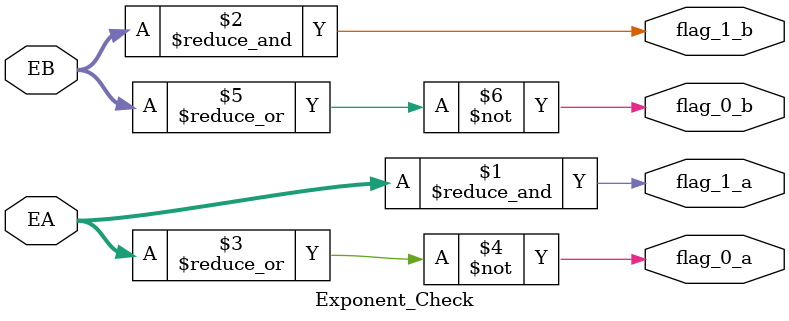
<source format=v>
`timescale 1ns / 1ps


module Exponent_Check(
input [7:0] EA,EB,
output flag_1_a, flag_1_b, flag_0_a, flag_0_b
    );
    
    assign flag_1_a = (&EA); // Si flag a 1, es infinito o NAN, sino no hay nada
    assign flag_1_b = (&EB); // Si flag a 1, es infinito o NAN, sino no hay nada
    assign flag_0_a = ~(|EA); // SI flag a 1 es denormalized, sino no hay nada 
    assign flag_0_b = ~(|EB); // SI flag a 1 es denormalized, sino no hay nada 
endmodule

</source>
